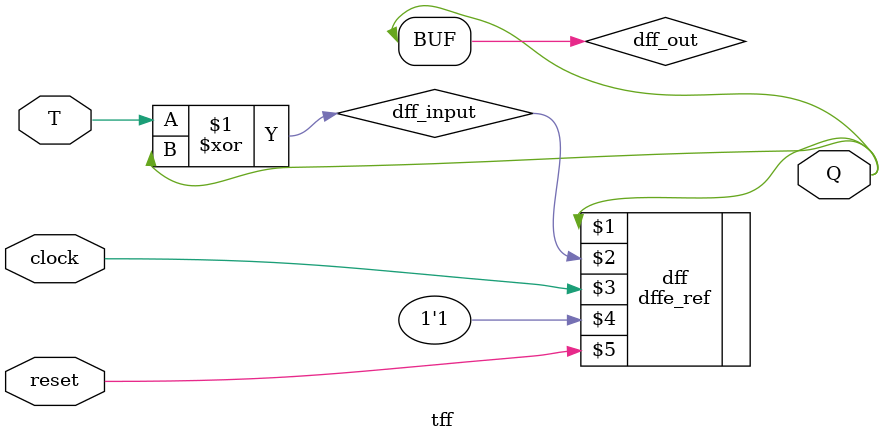
<source format=v>
module tff(T, clock, reset, Q);

    input T, clock, reset;
    output Q;
    
    wire dff_input, dff_out;
    assign dff_input = T ^ dff_out;

    dffe_ref dff(Q, dff_input, clock, 1'b1, reset);
    assign dff_out = Q;


endmodule
</source>
